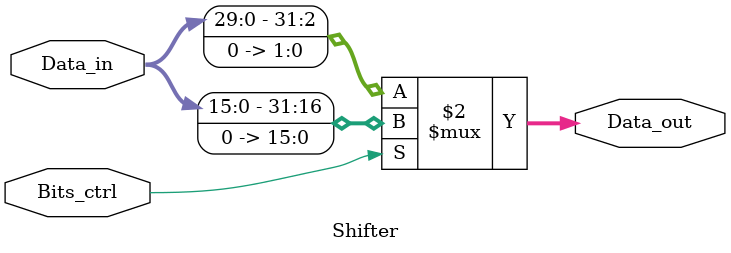
<source format=v>
`timescale 1ns / 1ps
module Shifter(
	input [31:0]Data_in,
	input Bits_ctrl,
	output [31:0]Data_out
    );
	
	assign Data_out = Bits_ctrl == 0 ? {Data_in[29:0],2'b0} : {Data_in[15:0],16'b0};
	
/*	always@(*)begin 
		$display("Data_in = %h, Data_out = %h, Bits_ctrl = %d",Data_in,Data_out,Bits_ctrl);
	end
*/

endmodule

</source>
